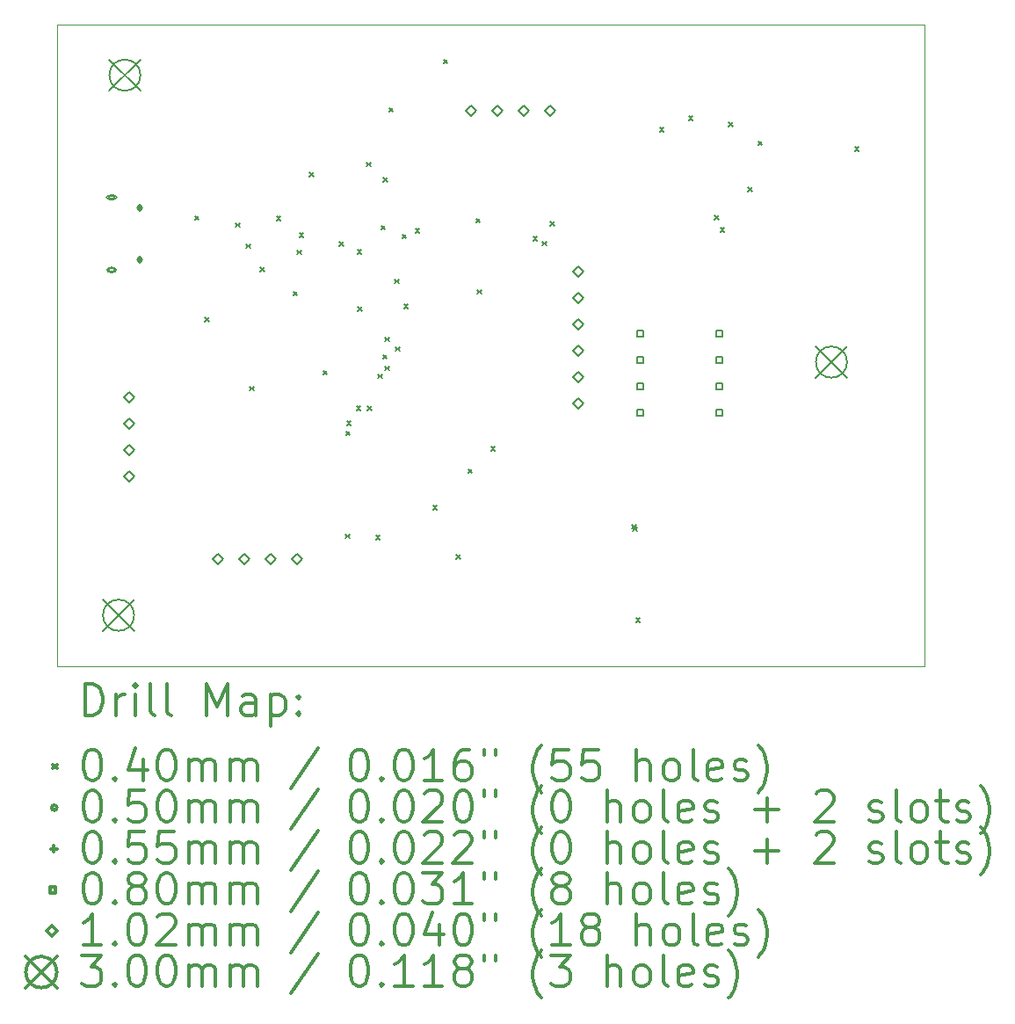
<source format=gbr>
%FSLAX45Y45*%
G04 Gerber Fmt 4.5, Leading zero omitted, Abs format (unit mm)*
G04 Created by KiCad (PCBNEW (2015-07-31 BZR 6030)-product) date Fri Sep 11 12:40:17 2015*
%MOMM*%
G01*
G04 APERTURE LIST*
%ADD10C,0.127000*%
%ADD11C,0.100000*%
%ADD12C,0.200000*%
%ADD13C,0.300000*%
G04 APERTURE END LIST*
D10*
D11*
X17261840Y-11226800D02*
X17266920Y-11231880D01*
X17297400Y-11226800D02*
X17261840Y-11226800D01*
X17348200Y-11226800D02*
X17297400Y-11226800D01*
X17348200Y-5049520D02*
X17348200Y-11226800D01*
X8996680Y-5049520D02*
X17348200Y-5049520D01*
X8996680Y-11226800D02*
X8996680Y-5049520D01*
X17266920Y-11226800D02*
X8996680Y-11226800D01*
D12*
X10319560Y-6893880D02*
X10359560Y-6933880D01*
X10359560Y-6893880D02*
X10319560Y-6933880D01*
X10419400Y-7869240D02*
X10459400Y-7909240D01*
X10459400Y-7869240D02*
X10419400Y-7909240D01*
X10715640Y-6959920D02*
X10755640Y-6999920D01*
X10755640Y-6959920D02*
X10715640Y-6999920D01*
X10815640Y-7163120D02*
X10855640Y-7203120D01*
X10855640Y-7163120D02*
X10815640Y-7203120D01*
X10851200Y-8534720D02*
X10891200Y-8574720D01*
X10891200Y-8534720D02*
X10851200Y-8574720D01*
X10952800Y-7386640D02*
X10992800Y-7426640D01*
X10992800Y-7386640D02*
X10952800Y-7426640D01*
X11106960Y-6895160D02*
X11146960Y-6935160D01*
X11146960Y-6895160D02*
X11106960Y-6935160D01*
X11267760Y-7620320D02*
X11307760Y-7660320D01*
X11307760Y-7620320D02*
X11267760Y-7660320D01*
X11307200Y-7224080D02*
X11347200Y-7264080D01*
X11347200Y-7224080D02*
X11307200Y-7264080D01*
X11326960Y-7055160D02*
X11366960Y-7095160D01*
X11366960Y-7055160D02*
X11326960Y-7095160D01*
X11426840Y-6472240D02*
X11466840Y-6512240D01*
X11466840Y-6472240D02*
X11426840Y-6512240D01*
X11557320Y-8382320D02*
X11597320Y-8422320D01*
X11597320Y-8382320D02*
X11557320Y-8422320D01*
X11714800Y-7142800D02*
X11754800Y-7182800D01*
X11754800Y-7142800D02*
X11714800Y-7182800D01*
X11770680Y-9957120D02*
X11810680Y-9997120D01*
X11810680Y-9957120D02*
X11770680Y-9997120D01*
X11775760Y-8966520D02*
X11815760Y-9006520D01*
X11815760Y-8966520D02*
X11775760Y-9006520D01*
X11785920Y-8870000D02*
X11825920Y-8910000D01*
X11825920Y-8870000D02*
X11785920Y-8910000D01*
X11877360Y-8727760D02*
X11917360Y-8767760D01*
X11917360Y-8727760D02*
X11877360Y-8767760D01*
X11887520Y-7219000D02*
X11927520Y-7259000D01*
X11927520Y-7219000D02*
X11887520Y-7259000D01*
X11892600Y-7767640D02*
X11932600Y-7807640D01*
X11932600Y-7767640D02*
X11892600Y-7807640D01*
X11973880Y-6375720D02*
X12013880Y-6415720D01*
X12013880Y-6375720D02*
X11973880Y-6415720D01*
X11984040Y-8727760D02*
X12024040Y-8767760D01*
X12024040Y-8727760D02*
X11984040Y-8767760D01*
X12065320Y-9972360D02*
X12105320Y-10012360D01*
X12105320Y-9972360D02*
X12065320Y-10012360D01*
X12085640Y-8417880D02*
X12125640Y-8457880D01*
X12125640Y-8417880D02*
X12085640Y-8457880D01*
X12116120Y-6985320D02*
X12156120Y-7025320D01*
X12156120Y-6985320D02*
X12116120Y-7025320D01*
X12131360Y-8229920D02*
X12171360Y-8269920D01*
X12171360Y-8229920D02*
X12131360Y-8269920D01*
X12136440Y-6523040D02*
X12176440Y-6563040D01*
X12176440Y-6523040D02*
X12136440Y-6563040D01*
X12151680Y-8062280D02*
X12191680Y-8102280D01*
X12191680Y-8062280D02*
X12151680Y-8102280D01*
X12151680Y-8341680D02*
X12191680Y-8381680D01*
X12191680Y-8341680D02*
X12151680Y-8381680D01*
X12192320Y-5852480D02*
X12232320Y-5892480D01*
X12232320Y-5852480D02*
X12192320Y-5892480D01*
X12248200Y-7503480D02*
X12288200Y-7543480D01*
X12288200Y-7503480D02*
X12248200Y-7543480D01*
X12253280Y-8153720D02*
X12293280Y-8193720D01*
X12293280Y-8153720D02*
X12253280Y-8193720D01*
X12319320Y-7071680D02*
X12359320Y-7111680D01*
X12359320Y-7071680D02*
X12319320Y-7111680D01*
X12334560Y-7742240D02*
X12374560Y-7782240D01*
X12374560Y-7742240D02*
X12334560Y-7782240D01*
X12446320Y-7015800D02*
X12486320Y-7055800D01*
X12486320Y-7015800D02*
X12446320Y-7055800D01*
X12613960Y-9682800D02*
X12653960Y-9722800D01*
X12653960Y-9682800D02*
X12613960Y-9722800D01*
X12715560Y-5385120D02*
X12755560Y-5425120D01*
X12755560Y-5385120D02*
X12715560Y-5425120D01*
X12837480Y-10155240D02*
X12877480Y-10195240D01*
X12877480Y-10155240D02*
X12837480Y-10195240D01*
X12954320Y-9332280D02*
X12994320Y-9372280D01*
X12994320Y-9332280D02*
X12954320Y-9372280D01*
X13030520Y-6919280D02*
X13070520Y-6959280D01*
X13070520Y-6919280D02*
X13030520Y-6959280D01*
X13040680Y-7605080D02*
X13080680Y-7645080D01*
X13080680Y-7605080D02*
X13040680Y-7645080D01*
X13172760Y-9113840D02*
X13212760Y-9153840D01*
X13212760Y-9113840D02*
X13172760Y-9153840D01*
X13579160Y-7092000D02*
X13619160Y-7132000D01*
X13619160Y-7092000D02*
X13579160Y-7132000D01*
X13670600Y-7137720D02*
X13710600Y-7177720D01*
X13710600Y-7137720D02*
X13670600Y-7177720D01*
X13746800Y-6949760D02*
X13786800Y-6989760D01*
X13786800Y-6949760D02*
X13746800Y-6989760D01*
X14534200Y-9865680D02*
X14574200Y-9905680D01*
X14574200Y-9865680D02*
X14534200Y-9905680D01*
X14542360Y-9891080D02*
X14582360Y-9931080D01*
X14582360Y-9891080D02*
X14542360Y-9931080D01*
X14569760Y-10764840D02*
X14609760Y-10804840D01*
X14609760Y-10764840D02*
X14569760Y-10804840D01*
X14798360Y-6040440D02*
X14838360Y-6080440D01*
X14838360Y-6040440D02*
X14798360Y-6080440D01*
X15077760Y-5933760D02*
X15117760Y-5973760D01*
X15117760Y-5933760D02*
X15077760Y-5973760D01*
X15326680Y-6888800D02*
X15366680Y-6928800D01*
X15366680Y-6888800D02*
X15326680Y-6928800D01*
X15382560Y-7005640D02*
X15422560Y-7045640D01*
X15422560Y-7005640D02*
X15382560Y-7045640D01*
X15463840Y-5989640D02*
X15503840Y-6029640D01*
X15503840Y-5989640D02*
X15463840Y-6029640D01*
X15651800Y-6619560D02*
X15691800Y-6659560D01*
X15691800Y-6619560D02*
X15651800Y-6659560D01*
X15748320Y-6172520D02*
X15788320Y-6212520D01*
X15788320Y-6172520D02*
X15748320Y-6212520D01*
X16677960Y-6228400D02*
X16717960Y-6268400D01*
X16717960Y-6228400D02*
X16677960Y-6268400D01*
X9544160Y-6714200D02*
G75*
G03X9544160Y-6714200I-25000J0D01*
G01*
X9486660Y-6729200D02*
X9551660Y-6729200D01*
X9486660Y-6699200D02*
X9551660Y-6699200D01*
X9551660Y-6729200D02*
G75*
G03X9551660Y-6699200I0J15000D01*
G01*
X9486660Y-6699200D02*
G75*
G03X9486660Y-6729200I0J-15000D01*
G01*
X9544160Y-7414200D02*
G75*
G03X9544160Y-7414200I-25000J0D01*
G01*
X9486660Y-7429200D02*
X9551660Y-7429200D01*
X9486660Y-7399200D02*
X9551660Y-7399200D01*
X9551660Y-7429200D02*
G75*
G03X9551660Y-7399200I0J15000D01*
G01*
X9486660Y-7399200D02*
G75*
G03X9486660Y-7429200I0J-15000D01*
G01*
X9789160Y-6786700D02*
X9789160Y-6841700D01*
X9761660Y-6814200D02*
X9816660Y-6814200D01*
X9771660Y-6799200D02*
X9771660Y-6829200D01*
X9806660Y-6799200D02*
X9806660Y-6829200D01*
X9771660Y-6829200D02*
G75*
G03X9806660Y-6829200I17500J0D01*
G01*
X9806660Y-6799200D02*
G75*
G03X9771660Y-6799200I-17500J0D01*
G01*
X9789160Y-7286700D02*
X9789160Y-7341700D01*
X9761660Y-7314200D02*
X9816660Y-7314200D01*
X9771660Y-7299200D02*
X9771660Y-7329200D01*
X9806660Y-7299200D02*
X9806660Y-7329200D01*
X9771660Y-7329200D02*
G75*
G03X9806660Y-7329200I17500J0D01*
G01*
X9806660Y-7299200D02*
G75*
G03X9771660Y-7299200I-17500J0D01*
G01*
X14639364Y-8054684D02*
X14639364Y-7998115D01*
X14582795Y-7998115D01*
X14582795Y-8054684D01*
X14639364Y-8054684D01*
X14639364Y-8308684D02*
X14639364Y-8252115D01*
X14582795Y-8252115D01*
X14582795Y-8308684D01*
X14639364Y-8308684D01*
X14639364Y-8562685D02*
X14639364Y-8506116D01*
X14582795Y-8506116D01*
X14582795Y-8562685D01*
X14639364Y-8562685D01*
X14639364Y-8816685D02*
X14639364Y-8760116D01*
X14582795Y-8760116D01*
X14582795Y-8816685D01*
X14639364Y-8816685D01*
X15399364Y-8054684D02*
X15399364Y-7998115D01*
X15342795Y-7998115D01*
X15342795Y-8054684D01*
X15399364Y-8054684D01*
X15399364Y-8308684D02*
X15399364Y-8252115D01*
X15342795Y-8252115D01*
X15342795Y-8308684D01*
X15399364Y-8308684D01*
X15399364Y-8562685D02*
X15399364Y-8506116D01*
X15342795Y-8506116D01*
X15342795Y-8562685D01*
X15399364Y-8562685D01*
X15399364Y-8816685D02*
X15399364Y-8760116D01*
X15342795Y-8760116D01*
X15342795Y-8816685D01*
X15399364Y-8816685D01*
X9687560Y-8686800D02*
X9738360Y-8636000D01*
X9687560Y-8585200D01*
X9636760Y-8636000D01*
X9687560Y-8686800D01*
X9687560Y-8940800D02*
X9738360Y-8890000D01*
X9687560Y-8839200D01*
X9636760Y-8890000D01*
X9687560Y-8940800D01*
X9687560Y-9194800D02*
X9738360Y-9144000D01*
X9687560Y-9093200D01*
X9636760Y-9144000D01*
X9687560Y-9194800D01*
X9687560Y-9448800D02*
X9738360Y-9398000D01*
X9687560Y-9347200D01*
X9636760Y-9398000D01*
X9687560Y-9448800D01*
X10546080Y-10251440D02*
X10596880Y-10200640D01*
X10546080Y-10149840D01*
X10495280Y-10200640D01*
X10546080Y-10251440D01*
X10800080Y-10251440D02*
X10850880Y-10200640D01*
X10800080Y-10149840D01*
X10749280Y-10200640D01*
X10800080Y-10251440D01*
X11054080Y-10251440D02*
X11104880Y-10200640D01*
X11054080Y-10149840D01*
X11003280Y-10200640D01*
X11054080Y-10251440D01*
X11308080Y-10251440D02*
X11358880Y-10200640D01*
X11308080Y-10149840D01*
X11257280Y-10200640D01*
X11308080Y-10251440D01*
X12979400Y-5928360D02*
X13030200Y-5877560D01*
X12979400Y-5826760D01*
X12928600Y-5877560D01*
X12979400Y-5928360D01*
X13233400Y-5928360D02*
X13284200Y-5877560D01*
X13233400Y-5826760D01*
X13182600Y-5877560D01*
X13233400Y-5928360D01*
X13487400Y-5928360D02*
X13538200Y-5877560D01*
X13487400Y-5826760D01*
X13436600Y-5877560D01*
X13487400Y-5928360D01*
X13741400Y-5928360D02*
X13792200Y-5877560D01*
X13741400Y-5826760D01*
X13690600Y-5877560D01*
X13741400Y-5928360D01*
X14010640Y-7482840D02*
X14061440Y-7432040D01*
X14010640Y-7381240D01*
X13959840Y-7432040D01*
X14010640Y-7482840D01*
X14010640Y-7736840D02*
X14061440Y-7686040D01*
X14010640Y-7635240D01*
X13959840Y-7686040D01*
X14010640Y-7736840D01*
X14010640Y-7990840D02*
X14061440Y-7940040D01*
X14010640Y-7889240D01*
X13959840Y-7940040D01*
X14010640Y-7990840D01*
X14010640Y-8244840D02*
X14061440Y-8194040D01*
X14010640Y-8143240D01*
X13959840Y-8194040D01*
X14010640Y-8244840D01*
X14010640Y-8498840D02*
X14061440Y-8448040D01*
X14010640Y-8397240D01*
X13959840Y-8448040D01*
X14010640Y-8498840D01*
X14010640Y-8752840D02*
X14061440Y-8702040D01*
X14010640Y-8651240D01*
X13959840Y-8702040D01*
X14010640Y-8752840D01*
X9435960Y-10589120D02*
X9735960Y-10889120D01*
X9735960Y-10589120D02*
X9435960Y-10889120D01*
X9735960Y-10739120D02*
G75*
G03X9735960Y-10739120I-150000J0D01*
G01*
X9496920Y-5387200D02*
X9796920Y-5687200D01*
X9796920Y-5387200D02*
X9496920Y-5687200D01*
X9796920Y-5537200D02*
G75*
G03X9796920Y-5537200I-150000J0D01*
G01*
X16304120Y-8150720D02*
X16604120Y-8450720D01*
X16604120Y-8150720D02*
X16304120Y-8450720D01*
X16604120Y-8300720D02*
G75*
G03X16604120Y-8300720I-150000J0D01*
G01*
D13*
X9263109Y-11702594D02*
X9263109Y-11402594D01*
X9334537Y-11402594D01*
X9377394Y-11416880D01*
X9405966Y-11445451D01*
X9420251Y-11474023D01*
X9434537Y-11531166D01*
X9434537Y-11574023D01*
X9420251Y-11631166D01*
X9405966Y-11659737D01*
X9377394Y-11688309D01*
X9334537Y-11702594D01*
X9263109Y-11702594D01*
X9563109Y-11702594D02*
X9563109Y-11502594D01*
X9563109Y-11559737D02*
X9577394Y-11531166D01*
X9591680Y-11516880D01*
X9620251Y-11502594D01*
X9648823Y-11502594D01*
X9748823Y-11702594D02*
X9748823Y-11502594D01*
X9748823Y-11402594D02*
X9734537Y-11416880D01*
X9748823Y-11431166D01*
X9763109Y-11416880D01*
X9748823Y-11402594D01*
X9748823Y-11431166D01*
X9934537Y-11702594D02*
X9905966Y-11688309D01*
X9891680Y-11659737D01*
X9891680Y-11402594D01*
X10091680Y-11702594D02*
X10063109Y-11688309D01*
X10048823Y-11659737D01*
X10048823Y-11402594D01*
X10434537Y-11702594D02*
X10434537Y-11402594D01*
X10534537Y-11616880D01*
X10634537Y-11402594D01*
X10634537Y-11702594D01*
X10905966Y-11702594D02*
X10905966Y-11545451D01*
X10891680Y-11516880D01*
X10863109Y-11502594D01*
X10805966Y-11502594D01*
X10777394Y-11516880D01*
X10905966Y-11688309D02*
X10877394Y-11702594D01*
X10805966Y-11702594D01*
X10777394Y-11688309D01*
X10763109Y-11659737D01*
X10763109Y-11631166D01*
X10777394Y-11602594D01*
X10805966Y-11588309D01*
X10877394Y-11588309D01*
X10905966Y-11574023D01*
X11048823Y-11502594D02*
X11048823Y-11802594D01*
X11048823Y-11516880D02*
X11077394Y-11502594D01*
X11134537Y-11502594D01*
X11163109Y-11516880D01*
X11177394Y-11531166D01*
X11191680Y-11559737D01*
X11191680Y-11645451D01*
X11177394Y-11674023D01*
X11163109Y-11688309D01*
X11134537Y-11702594D01*
X11077394Y-11702594D01*
X11048823Y-11688309D01*
X11320251Y-11674023D02*
X11334537Y-11688309D01*
X11320251Y-11702594D01*
X11305966Y-11688309D01*
X11320251Y-11674023D01*
X11320251Y-11702594D01*
X11320251Y-11516880D02*
X11334537Y-11531166D01*
X11320251Y-11545451D01*
X11305966Y-11531166D01*
X11320251Y-11516880D01*
X11320251Y-11545451D01*
X8951680Y-12176880D02*
X8991680Y-12216880D01*
X8991680Y-12176880D02*
X8951680Y-12216880D01*
X9320251Y-12032594D02*
X9348823Y-12032594D01*
X9377394Y-12046880D01*
X9391680Y-12061166D01*
X9405966Y-12089737D01*
X9420251Y-12146880D01*
X9420251Y-12218309D01*
X9405966Y-12275451D01*
X9391680Y-12304023D01*
X9377394Y-12318309D01*
X9348823Y-12332594D01*
X9320251Y-12332594D01*
X9291680Y-12318309D01*
X9277394Y-12304023D01*
X9263109Y-12275451D01*
X9248823Y-12218309D01*
X9248823Y-12146880D01*
X9263109Y-12089737D01*
X9277394Y-12061166D01*
X9291680Y-12046880D01*
X9320251Y-12032594D01*
X9548823Y-12304023D02*
X9563109Y-12318309D01*
X9548823Y-12332594D01*
X9534537Y-12318309D01*
X9548823Y-12304023D01*
X9548823Y-12332594D01*
X9820251Y-12132594D02*
X9820251Y-12332594D01*
X9748823Y-12018309D02*
X9677394Y-12232594D01*
X9863108Y-12232594D01*
X10034537Y-12032594D02*
X10063109Y-12032594D01*
X10091680Y-12046880D01*
X10105966Y-12061166D01*
X10120251Y-12089737D01*
X10134537Y-12146880D01*
X10134537Y-12218309D01*
X10120251Y-12275451D01*
X10105966Y-12304023D01*
X10091680Y-12318309D01*
X10063109Y-12332594D01*
X10034537Y-12332594D01*
X10005966Y-12318309D01*
X9991680Y-12304023D01*
X9977394Y-12275451D01*
X9963109Y-12218309D01*
X9963109Y-12146880D01*
X9977394Y-12089737D01*
X9991680Y-12061166D01*
X10005966Y-12046880D01*
X10034537Y-12032594D01*
X10263109Y-12332594D02*
X10263109Y-12132594D01*
X10263109Y-12161166D02*
X10277394Y-12146880D01*
X10305966Y-12132594D01*
X10348823Y-12132594D01*
X10377394Y-12146880D01*
X10391680Y-12175451D01*
X10391680Y-12332594D01*
X10391680Y-12175451D02*
X10405966Y-12146880D01*
X10434537Y-12132594D01*
X10477394Y-12132594D01*
X10505966Y-12146880D01*
X10520251Y-12175451D01*
X10520251Y-12332594D01*
X10663109Y-12332594D02*
X10663109Y-12132594D01*
X10663109Y-12161166D02*
X10677394Y-12146880D01*
X10705966Y-12132594D01*
X10748823Y-12132594D01*
X10777394Y-12146880D01*
X10791680Y-12175451D01*
X10791680Y-12332594D01*
X10791680Y-12175451D02*
X10805966Y-12146880D01*
X10834537Y-12132594D01*
X10877394Y-12132594D01*
X10905966Y-12146880D01*
X10920251Y-12175451D01*
X10920251Y-12332594D01*
X11505966Y-12018309D02*
X11248823Y-12404023D01*
X11891680Y-12032594D02*
X11920251Y-12032594D01*
X11948823Y-12046880D01*
X11963108Y-12061166D01*
X11977394Y-12089737D01*
X11991680Y-12146880D01*
X11991680Y-12218309D01*
X11977394Y-12275451D01*
X11963108Y-12304023D01*
X11948823Y-12318309D01*
X11920251Y-12332594D01*
X11891680Y-12332594D01*
X11863108Y-12318309D01*
X11848823Y-12304023D01*
X11834537Y-12275451D01*
X11820251Y-12218309D01*
X11820251Y-12146880D01*
X11834537Y-12089737D01*
X11848823Y-12061166D01*
X11863108Y-12046880D01*
X11891680Y-12032594D01*
X12120251Y-12304023D02*
X12134537Y-12318309D01*
X12120251Y-12332594D01*
X12105966Y-12318309D01*
X12120251Y-12304023D01*
X12120251Y-12332594D01*
X12320251Y-12032594D02*
X12348823Y-12032594D01*
X12377394Y-12046880D01*
X12391680Y-12061166D01*
X12405965Y-12089737D01*
X12420251Y-12146880D01*
X12420251Y-12218309D01*
X12405965Y-12275451D01*
X12391680Y-12304023D01*
X12377394Y-12318309D01*
X12348823Y-12332594D01*
X12320251Y-12332594D01*
X12291680Y-12318309D01*
X12277394Y-12304023D01*
X12263108Y-12275451D01*
X12248823Y-12218309D01*
X12248823Y-12146880D01*
X12263108Y-12089737D01*
X12277394Y-12061166D01*
X12291680Y-12046880D01*
X12320251Y-12032594D01*
X12705965Y-12332594D02*
X12534537Y-12332594D01*
X12620251Y-12332594D02*
X12620251Y-12032594D01*
X12591680Y-12075451D01*
X12563108Y-12104023D01*
X12534537Y-12118309D01*
X12963108Y-12032594D02*
X12905965Y-12032594D01*
X12877394Y-12046880D01*
X12863108Y-12061166D01*
X12834537Y-12104023D01*
X12820251Y-12161166D01*
X12820251Y-12275451D01*
X12834537Y-12304023D01*
X12848823Y-12318309D01*
X12877394Y-12332594D01*
X12934537Y-12332594D01*
X12963108Y-12318309D01*
X12977394Y-12304023D01*
X12991680Y-12275451D01*
X12991680Y-12204023D01*
X12977394Y-12175451D01*
X12963108Y-12161166D01*
X12934537Y-12146880D01*
X12877394Y-12146880D01*
X12848823Y-12161166D01*
X12834537Y-12175451D01*
X12820251Y-12204023D01*
X13105966Y-12032594D02*
X13105966Y-12089737D01*
X13220251Y-12032594D02*
X13220251Y-12089737D01*
X13663108Y-12446880D02*
X13648823Y-12432594D01*
X13620251Y-12389737D01*
X13605965Y-12361166D01*
X13591680Y-12318309D01*
X13577394Y-12246880D01*
X13577394Y-12189737D01*
X13591680Y-12118309D01*
X13605965Y-12075451D01*
X13620251Y-12046880D01*
X13648823Y-12004023D01*
X13663108Y-11989737D01*
X13920251Y-12032594D02*
X13777394Y-12032594D01*
X13763108Y-12175451D01*
X13777394Y-12161166D01*
X13805965Y-12146880D01*
X13877394Y-12146880D01*
X13905965Y-12161166D01*
X13920251Y-12175451D01*
X13934537Y-12204023D01*
X13934537Y-12275451D01*
X13920251Y-12304023D01*
X13905965Y-12318309D01*
X13877394Y-12332594D01*
X13805965Y-12332594D01*
X13777394Y-12318309D01*
X13763108Y-12304023D01*
X14205965Y-12032594D02*
X14063108Y-12032594D01*
X14048823Y-12175451D01*
X14063108Y-12161166D01*
X14091680Y-12146880D01*
X14163108Y-12146880D01*
X14191680Y-12161166D01*
X14205965Y-12175451D01*
X14220251Y-12204023D01*
X14220251Y-12275451D01*
X14205965Y-12304023D01*
X14191680Y-12318309D01*
X14163108Y-12332594D01*
X14091680Y-12332594D01*
X14063108Y-12318309D01*
X14048823Y-12304023D01*
X14577394Y-12332594D02*
X14577394Y-12032594D01*
X14705965Y-12332594D02*
X14705965Y-12175451D01*
X14691680Y-12146880D01*
X14663108Y-12132594D01*
X14620251Y-12132594D01*
X14591680Y-12146880D01*
X14577394Y-12161166D01*
X14891680Y-12332594D02*
X14863108Y-12318309D01*
X14848823Y-12304023D01*
X14834537Y-12275451D01*
X14834537Y-12189737D01*
X14848823Y-12161166D01*
X14863108Y-12146880D01*
X14891680Y-12132594D01*
X14934537Y-12132594D01*
X14963108Y-12146880D01*
X14977394Y-12161166D01*
X14991680Y-12189737D01*
X14991680Y-12275451D01*
X14977394Y-12304023D01*
X14963108Y-12318309D01*
X14934537Y-12332594D01*
X14891680Y-12332594D01*
X15163108Y-12332594D02*
X15134537Y-12318309D01*
X15120251Y-12289737D01*
X15120251Y-12032594D01*
X15391680Y-12318309D02*
X15363108Y-12332594D01*
X15305966Y-12332594D01*
X15277394Y-12318309D01*
X15263108Y-12289737D01*
X15263108Y-12175451D01*
X15277394Y-12146880D01*
X15305966Y-12132594D01*
X15363108Y-12132594D01*
X15391680Y-12146880D01*
X15405966Y-12175451D01*
X15405966Y-12204023D01*
X15263108Y-12232594D01*
X15520251Y-12318309D02*
X15548823Y-12332594D01*
X15605966Y-12332594D01*
X15634537Y-12318309D01*
X15648823Y-12289737D01*
X15648823Y-12275451D01*
X15634537Y-12246880D01*
X15605966Y-12232594D01*
X15563108Y-12232594D01*
X15534537Y-12218309D01*
X15520251Y-12189737D01*
X15520251Y-12175451D01*
X15534537Y-12146880D01*
X15563108Y-12132594D01*
X15605966Y-12132594D01*
X15634537Y-12146880D01*
X15748823Y-12446880D02*
X15763108Y-12432594D01*
X15791680Y-12389737D01*
X15805966Y-12361166D01*
X15820251Y-12318309D01*
X15834537Y-12246880D01*
X15834537Y-12189737D01*
X15820251Y-12118309D01*
X15805966Y-12075451D01*
X15791680Y-12046880D01*
X15763108Y-12004023D01*
X15748823Y-11989737D01*
X8991680Y-12592880D02*
G75*
G03X8991680Y-12592880I-25000J0D01*
G01*
X9320251Y-12428594D02*
X9348823Y-12428594D01*
X9377394Y-12442880D01*
X9391680Y-12457166D01*
X9405966Y-12485737D01*
X9420251Y-12542880D01*
X9420251Y-12614309D01*
X9405966Y-12671451D01*
X9391680Y-12700023D01*
X9377394Y-12714309D01*
X9348823Y-12728594D01*
X9320251Y-12728594D01*
X9291680Y-12714309D01*
X9277394Y-12700023D01*
X9263109Y-12671451D01*
X9248823Y-12614309D01*
X9248823Y-12542880D01*
X9263109Y-12485737D01*
X9277394Y-12457166D01*
X9291680Y-12442880D01*
X9320251Y-12428594D01*
X9548823Y-12700023D02*
X9563109Y-12714309D01*
X9548823Y-12728594D01*
X9534537Y-12714309D01*
X9548823Y-12700023D01*
X9548823Y-12728594D01*
X9834537Y-12428594D02*
X9691680Y-12428594D01*
X9677394Y-12571451D01*
X9691680Y-12557166D01*
X9720251Y-12542880D01*
X9791680Y-12542880D01*
X9820251Y-12557166D01*
X9834537Y-12571451D01*
X9848823Y-12600023D01*
X9848823Y-12671451D01*
X9834537Y-12700023D01*
X9820251Y-12714309D01*
X9791680Y-12728594D01*
X9720251Y-12728594D01*
X9691680Y-12714309D01*
X9677394Y-12700023D01*
X10034537Y-12428594D02*
X10063109Y-12428594D01*
X10091680Y-12442880D01*
X10105966Y-12457166D01*
X10120251Y-12485737D01*
X10134537Y-12542880D01*
X10134537Y-12614309D01*
X10120251Y-12671451D01*
X10105966Y-12700023D01*
X10091680Y-12714309D01*
X10063109Y-12728594D01*
X10034537Y-12728594D01*
X10005966Y-12714309D01*
X9991680Y-12700023D01*
X9977394Y-12671451D01*
X9963109Y-12614309D01*
X9963109Y-12542880D01*
X9977394Y-12485737D01*
X9991680Y-12457166D01*
X10005966Y-12442880D01*
X10034537Y-12428594D01*
X10263109Y-12728594D02*
X10263109Y-12528594D01*
X10263109Y-12557166D02*
X10277394Y-12542880D01*
X10305966Y-12528594D01*
X10348823Y-12528594D01*
X10377394Y-12542880D01*
X10391680Y-12571451D01*
X10391680Y-12728594D01*
X10391680Y-12571451D02*
X10405966Y-12542880D01*
X10434537Y-12528594D01*
X10477394Y-12528594D01*
X10505966Y-12542880D01*
X10520251Y-12571451D01*
X10520251Y-12728594D01*
X10663109Y-12728594D02*
X10663109Y-12528594D01*
X10663109Y-12557166D02*
X10677394Y-12542880D01*
X10705966Y-12528594D01*
X10748823Y-12528594D01*
X10777394Y-12542880D01*
X10791680Y-12571451D01*
X10791680Y-12728594D01*
X10791680Y-12571451D02*
X10805966Y-12542880D01*
X10834537Y-12528594D01*
X10877394Y-12528594D01*
X10905966Y-12542880D01*
X10920251Y-12571451D01*
X10920251Y-12728594D01*
X11505966Y-12414309D02*
X11248823Y-12800023D01*
X11891680Y-12428594D02*
X11920251Y-12428594D01*
X11948823Y-12442880D01*
X11963108Y-12457166D01*
X11977394Y-12485737D01*
X11991680Y-12542880D01*
X11991680Y-12614309D01*
X11977394Y-12671451D01*
X11963108Y-12700023D01*
X11948823Y-12714309D01*
X11920251Y-12728594D01*
X11891680Y-12728594D01*
X11863108Y-12714309D01*
X11848823Y-12700023D01*
X11834537Y-12671451D01*
X11820251Y-12614309D01*
X11820251Y-12542880D01*
X11834537Y-12485737D01*
X11848823Y-12457166D01*
X11863108Y-12442880D01*
X11891680Y-12428594D01*
X12120251Y-12700023D02*
X12134537Y-12714309D01*
X12120251Y-12728594D01*
X12105966Y-12714309D01*
X12120251Y-12700023D01*
X12120251Y-12728594D01*
X12320251Y-12428594D02*
X12348823Y-12428594D01*
X12377394Y-12442880D01*
X12391680Y-12457166D01*
X12405965Y-12485737D01*
X12420251Y-12542880D01*
X12420251Y-12614309D01*
X12405965Y-12671451D01*
X12391680Y-12700023D01*
X12377394Y-12714309D01*
X12348823Y-12728594D01*
X12320251Y-12728594D01*
X12291680Y-12714309D01*
X12277394Y-12700023D01*
X12263108Y-12671451D01*
X12248823Y-12614309D01*
X12248823Y-12542880D01*
X12263108Y-12485737D01*
X12277394Y-12457166D01*
X12291680Y-12442880D01*
X12320251Y-12428594D01*
X12534537Y-12457166D02*
X12548823Y-12442880D01*
X12577394Y-12428594D01*
X12648823Y-12428594D01*
X12677394Y-12442880D01*
X12691680Y-12457166D01*
X12705965Y-12485737D01*
X12705965Y-12514309D01*
X12691680Y-12557166D01*
X12520251Y-12728594D01*
X12705965Y-12728594D01*
X12891680Y-12428594D02*
X12920251Y-12428594D01*
X12948823Y-12442880D01*
X12963108Y-12457166D01*
X12977394Y-12485737D01*
X12991680Y-12542880D01*
X12991680Y-12614309D01*
X12977394Y-12671451D01*
X12963108Y-12700023D01*
X12948823Y-12714309D01*
X12920251Y-12728594D01*
X12891680Y-12728594D01*
X12863108Y-12714309D01*
X12848823Y-12700023D01*
X12834537Y-12671451D01*
X12820251Y-12614309D01*
X12820251Y-12542880D01*
X12834537Y-12485737D01*
X12848823Y-12457166D01*
X12863108Y-12442880D01*
X12891680Y-12428594D01*
X13105966Y-12428594D02*
X13105966Y-12485737D01*
X13220251Y-12428594D02*
X13220251Y-12485737D01*
X13663108Y-12842880D02*
X13648823Y-12828594D01*
X13620251Y-12785737D01*
X13605965Y-12757166D01*
X13591680Y-12714309D01*
X13577394Y-12642880D01*
X13577394Y-12585737D01*
X13591680Y-12514309D01*
X13605965Y-12471451D01*
X13620251Y-12442880D01*
X13648823Y-12400023D01*
X13663108Y-12385737D01*
X13834537Y-12428594D02*
X13863108Y-12428594D01*
X13891680Y-12442880D01*
X13905965Y-12457166D01*
X13920251Y-12485737D01*
X13934537Y-12542880D01*
X13934537Y-12614309D01*
X13920251Y-12671451D01*
X13905965Y-12700023D01*
X13891680Y-12714309D01*
X13863108Y-12728594D01*
X13834537Y-12728594D01*
X13805965Y-12714309D01*
X13791680Y-12700023D01*
X13777394Y-12671451D01*
X13763108Y-12614309D01*
X13763108Y-12542880D01*
X13777394Y-12485737D01*
X13791680Y-12457166D01*
X13805965Y-12442880D01*
X13834537Y-12428594D01*
X14291680Y-12728594D02*
X14291680Y-12428594D01*
X14420251Y-12728594D02*
X14420251Y-12571451D01*
X14405965Y-12542880D01*
X14377394Y-12528594D01*
X14334537Y-12528594D01*
X14305965Y-12542880D01*
X14291680Y-12557166D01*
X14605965Y-12728594D02*
X14577394Y-12714309D01*
X14563108Y-12700023D01*
X14548823Y-12671451D01*
X14548823Y-12585737D01*
X14563108Y-12557166D01*
X14577394Y-12542880D01*
X14605965Y-12528594D01*
X14648823Y-12528594D01*
X14677394Y-12542880D01*
X14691680Y-12557166D01*
X14705965Y-12585737D01*
X14705965Y-12671451D01*
X14691680Y-12700023D01*
X14677394Y-12714309D01*
X14648823Y-12728594D01*
X14605965Y-12728594D01*
X14877394Y-12728594D02*
X14848823Y-12714309D01*
X14834537Y-12685737D01*
X14834537Y-12428594D01*
X15105966Y-12714309D02*
X15077394Y-12728594D01*
X15020251Y-12728594D01*
X14991680Y-12714309D01*
X14977394Y-12685737D01*
X14977394Y-12571451D01*
X14991680Y-12542880D01*
X15020251Y-12528594D01*
X15077394Y-12528594D01*
X15105966Y-12542880D01*
X15120251Y-12571451D01*
X15120251Y-12600023D01*
X14977394Y-12628594D01*
X15234537Y-12714309D02*
X15263108Y-12728594D01*
X15320251Y-12728594D01*
X15348823Y-12714309D01*
X15363108Y-12685737D01*
X15363108Y-12671451D01*
X15348823Y-12642880D01*
X15320251Y-12628594D01*
X15277394Y-12628594D01*
X15248823Y-12614309D01*
X15234537Y-12585737D01*
X15234537Y-12571451D01*
X15248823Y-12542880D01*
X15277394Y-12528594D01*
X15320251Y-12528594D01*
X15348823Y-12542880D01*
X15720251Y-12614309D02*
X15948823Y-12614309D01*
X15834537Y-12728594D02*
X15834537Y-12500023D01*
X16305966Y-12457166D02*
X16320251Y-12442880D01*
X16348823Y-12428594D01*
X16420251Y-12428594D01*
X16448823Y-12442880D01*
X16463108Y-12457166D01*
X16477394Y-12485737D01*
X16477394Y-12514309D01*
X16463108Y-12557166D01*
X16291680Y-12728594D01*
X16477394Y-12728594D01*
X16820251Y-12714309D02*
X16848823Y-12728594D01*
X16905966Y-12728594D01*
X16934537Y-12714309D01*
X16948823Y-12685737D01*
X16948823Y-12671451D01*
X16934537Y-12642880D01*
X16905966Y-12628594D01*
X16863108Y-12628594D01*
X16834537Y-12614309D01*
X16820251Y-12585737D01*
X16820251Y-12571451D01*
X16834537Y-12542880D01*
X16863108Y-12528594D01*
X16905966Y-12528594D01*
X16934537Y-12542880D01*
X17120251Y-12728594D02*
X17091680Y-12714309D01*
X17077394Y-12685737D01*
X17077394Y-12428594D01*
X17277394Y-12728594D02*
X17248823Y-12714309D01*
X17234537Y-12700023D01*
X17220251Y-12671451D01*
X17220251Y-12585737D01*
X17234537Y-12557166D01*
X17248823Y-12542880D01*
X17277394Y-12528594D01*
X17320251Y-12528594D01*
X17348823Y-12542880D01*
X17363108Y-12557166D01*
X17377394Y-12585737D01*
X17377394Y-12671451D01*
X17363108Y-12700023D01*
X17348823Y-12714309D01*
X17320251Y-12728594D01*
X17277394Y-12728594D01*
X17463108Y-12528594D02*
X17577394Y-12528594D01*
X17505966Y-12428594D02*
X17505966Y-12685737D01*
X17520251Y-12714309D01*
X17548823Y-12728594D01*
X17577394Y-12728594D01*
X17663109Y-12714309D02*
X17691680Y-12728594D01*
X17748823Y-12728594D01*
X17777394Y-12714309D01*
X17791680Y-12685737D01*
X17791680Y-12671451D01*
X17777394Y-12642880D01*
X17748823Y-12628594D01*
X17705966Y-12628594D01*
X17677394Y-12614309D01*
X17663109Y-12585737D01*
X17663109Y-12571451D01*
X17677394Y-12542880D01*
X17705966Y-12528594D01*
X17748823Y-12528594D01*
X17777394Y-12542880D01*
X17891680Y-12842880D02*
X17905966Y-12828594D01*
X17934537Y-12785737D01*
X17948823Y-12757166D01*
X17963108Y-12714309D01*
X17977394Y-12642880D01*
X17977394Y-12585737D01*
X17963108Y-12514309D01*
X17948823Y-12471451D01*
X17934537Y-12442880D01*
X17905966Y-12400023D01*
X17891680Y-12385737D01*
X8964180Y-12961380D02*
X8964180Y-13016380D01*
X8936680Y-12988880D02*
X8991680Y-12988880D01*
X9320251Y-12824594D02*
X9348823Y-12824594D01*
X9377394Y-12838880D01*
X9391680Y-12853166D01*
X9405966Y-12881737D01*
X9420251Y-12938880D01*
X9420251Y-13010309D01*
X9405966Y-13067451D01*
X9391680Y-13096023D01*
X9377394Y-13110309D01*
X9348823Y-13124594D01*
X9320251Y-13124594D01*
X9291680Y-13110309D01*
X9277394Y-13096023D01*
X9263109Y-13067451D01*
X9248823Y-13010309D01*
X9248823Y-12938880D01*
X9263109Y-12881737D01*
X9277394Y-12853166D01*
X9291680Y-12838880D01*
X9320251Y-12824594D01*
X9548823Y-13096023D02*
X9563109Y-13110309D01*
X9548823Y-13124594D01*
X9534537Y-13110309D01*
X9548823Y-13096023D01*
X9548823Y-13124594D01*
X9834537Y-12824594D02*
X9691680Y-12824594D01*
X9677394Y-12967451D01*
X9691680Y-12953166D01*
X9720251Y-12938880D01*
X9791680Y-12938880D01*
X9820251Y-12953166D01*
X9834537Y-12967451D01*
X9848823Y-12996023D01*
X9848823Y-13067451D01*
X9834537Y-13096023D01*
X9820251Y-13110309D01*
X9791680Y-13124594D01*
X9720251Y-13124594D01*
X9691680Y-13110309D01*
X9677394Y-13096023D01*
X10120251Y-12824594D02*
X9977394Y-12824594D01*
X9963109Y-12967451D01*
X9977394Y-12953166D01*
X10005966Y-12938880D01*
X10077394Y-12938880D01*
X10105966Y-12953166D01*
X10120251Y-12967451D01*
X10134537Y-12996023D01*
X10134537Y-13067451D01*
X10120251Y-13096023D01*
X10105966Y-13110309D01*
X10077394Y-13124594D01*
X10005966Y-13124594D01*
X9977394Y-13110309D01*
X9963109Y-13096023D01*
X10263109Y-13124594D02*
X10263109Y-12924594D01*
X10263109Y-12953166D02*
X10277394Y-12938880D01*
X10305966Y-12924594D01*
X10348823Y-12924594D01*
X10377394Y-12938880D01*
X10391680Y-12967451D01*
X10391680Y-13124594D01*
X10391680Y-12967451D02*
X10405966Y-12938880D01*
X10434537Y-12924594D01*
X10477394Y-12924594D01*
X10505966Y-12938880D01*
X10520251Y-12967451D01*
X10520251Y-13124594D01*
X10663109Y-13124594D02*
X10663109Y-12924594D01*
X10663109Y-12953166D02*
X10677394Y-12938880D01*
X10705966Y-12924594D01*
X10748823Y-12924594D01*
X10777394Y-12938880D01*
X10791680Y-12967451D01*
X10791680Y-13124594D01*
X10791680Y-12967451D02*
X10805966Y-12938880D01*
X10834537Y-12924594D01*
X10877394Y-12924594D01*
X10905966Y-12938880D01*
X10920251Y-12967451D01*
X10920251Y-13124594D01*
X11505966Y-12810309D02*
X11248823Y-13196023D01*
X11891680Y-12824594D02*
X11920251Y-12824594D01*
X11948823Y-12838880D01*
X11963108Y-12853166D01*
X11977394Y-12881737D01*
X11991680Y-12938880D01*
X11991680Y-13010309D01*
X11977394Y-13067451D01*
X11963108Y-13096023D01*
X11948823Y-13110309D01*
X11920251Y-13124594D01*
X11891680Y-13124594D01*
X11863108Y-13110309D01*
X11848823Y-13096023D01*
X11834537Y-13067451D01*
X11820251Y-13010309D01*
X11820251Y-12938880D01*
X11834537Y-12881737D01*
X11848823Y-12853166D01*
X11863108Y-12838880D01*
X11891680Y-12824594D01*
X12120251Y-13096023D02*
X12134537Y-13110309D01*
X12120251Y-13124594D01*
X12105966Y-13110309D01*
X12120251Y-13096023D01*
X12120251Y-13124594D01*
X12320251Y-12824594D02*
X12348823Y-12824594D01*
X12377394Y-12838880D01*
X12391680Y-12853166D01*
X12405965Y-12881737D01*
X12420251Y-12938880D01*
X12420251Y-13010309D01*
X12405965Y-13067451D01*
X12391680Y-13096023D01*
X12377394Y-13110309D01*
X12348823Y-13124594D01*
X12320251Y-13124594D01*
X12291680Y-13110309D01*
X12277394Y-13096023D01*
X12263108Y-13067451D01*
X12248823Y-13010309D01*
X12248823Y-12938880D01*
X12263108Y-12881737D01*
X12277394Y-12853166D01*
X12291680Y-12838880D01*
X12320251Y-12824594D01*
X12534537Y-12853166D02*
X12548823Y-12838880D01*
X12577394Y-12824594D01*
X12648823Y-12824594D01*
X12677394Y-12838880D01*
X12691680Y-12853166D01*
X12705965Y-12881737D01*
X12705965Y-12910309D01*
X12691680Y-12953166D01*
X12520251Y-13124594D01*
X12705965Y-13124594D01*
X12820251Y-12853166D02*
X12834537Y-12838880D01*
X12863108Y-12824594D01*
X12934537Y-12824594D01*
X12963108Y-12838880D01*
X12977394Y-12853166D01*
X12991680Y-12881737D01*
X12991680Y-12910309D01*
X12977394Y-12953166D01*
X12805965Y-13124594D01*
X12991680Y-13124594D01*
X13105966Y-12824594D02*
X13105966Y-12881737D01*
X13220251Y-12824594D02*
X13220251Y-12881737D01*
X13663108Y-13238880D02*
X13648823Y-13224594D01*
X13620251Y-13181737D01*
X13605965Y-13153166D01*
X13591680Y-13110309D01*
X13577394Y-13038880D01*
X13577394Y-12981737D01*
X13591680Y-12910309D01*
X13605965Y-12867451D01*
X13620251Y-12838880D01*
X13648823Y-12796023D01*
X13663108Y-12781737D01*
X13834537Y-12824594D02*
X13863108Y-12824594D01*
X13891680Y-12838880D01*
X13905965Y-12853166D01*
X13920251Y-12881737D01*
X13934537Y-12938880D01*
X13934537Y-13010309D01*
X13920251Y-13067451D01*
X13905965Y-13096023D01*
X13891680Y-13110309D01*
X13863108Y-13124594D01*
X13834537Y-13124594D01*
X13805965Y-13110309D01*
X13791680Y-13096023D01*
X13777394Y-13067451D01*
X13763108Y-13010309D01*
X13763108Y-12938880D01*
X13777394Y-12881737D01*
X13791680Y-12853166D01*
X13805965Y-12838880D01*
X13834537Y-12824594D01*
X14291680Y-13124594D02*
X14291680Y-12824594D01*
X14420251Y-13124594D02*
X14420251Y-12967451D01*
X14405965Y-12938880D01*
X14377394Y-12924594D01*
X14334537Y-12924594D01*
X14305965Y-12938880D01*
X14291680Y-12953166D01*
X14605965Y-13124594D02*
X14577394Y-13110309D01*
X14563108Y-13096023D01*
X14548823Y-13067451D01*
X14548823Y-12981737D01*
X14563108Y-12953166D01*
X14577394Y-12938880D01*
X14605965Y-12924594D01*
X14648823Y-12924594D01*
X14677394Y-12938880D01*
X14691680Y-12953166D01*
X14705965Y-12981737D01*
X14705965Y-13067451D01*
X14691680Y-13096023D01*
X14677394Y-13110309D01*
X14648823Y-13124594D01*
X14605965Y-13124594D01*
X14877394Y-13124594D02*
X14848823Y-13110309D01*
X14834537Y-13081737D01*
X14834537Y-12824594D01*
X15105966Y-13110309D02*
X15077394Y-13124594D01*
X15020251Y-13124594D01*
X14991680Y-13110309D01*
X14977394Y-13081737D01*
X14977394Y-12967451D01*
X14991680Y-12938880D01*
X15020251Y-12924594D01*
X15077394Y-12924594D01*
X15105966Y-12938880D01*
X15120251Y-12967451D01*
X15120251Y-12996023D01*
X14977394Y-13024594D01*
X15234537Y-13110309D02*
X15263108Y-13124594D01*
X15320251Y-13124594D01*
X15348823Y-13110309D01*
X15363108Y-13081737D01*
X15363108Y-13067451D01*
X15348823Y-13038880D01*
X15320251Y-13024594D01*
X15277394Y-13024594D01*
X15248823Y-13010309D01*
X15234537Y-12981737D01*
X15234537Y-12967451D01*
X15248823Y-12938880D01*
X15277394Y-12924594D01*
X15320251Y-12924594D01*
X15348823Y-12938880D01*
X15720251Y-13010309D02*
X15948823Y-13010309D01*
X15834537Y-13124594D02*
X15834537Y-12896023D01*
X16305966Y-12853166D02*
X16320251Y-12838880D01*
X16348823Y-12824594D01*
X16420251Y-12824594D01*
X16448823Y-12838880D01*
X16463108Y-12853166D01*
X16477394Y-12881737D01*
X16477394Y-12910309D01*
X16463108Y-12953166D01*
X16291680Y-13124594D01*
X16477394Y-13124594D01*
X16820251Y-13110309D02*
X16848823Y-13124594D01*
X16905966Y-13124594D01*
X16934537Y-13110309D01*
X16948823Y-13081737D01*
X16948823Y-13067451D01*
X16934537Y-13038880D01*
X16905966Y-13024594D01*
X16863108Y-13024594D01*
X16834537Y-13010309D01*
X16820251Y-12981737D01*
X16820251Y-12967451D01*
X16834537Y-12938880D01*
X16863108Y-12924594D01*
X16905966Y-12924594D01*
X16934537Y-12938880D01*
X17120251Y-13124594D02*
X17091680Y-13110309D01*
X17077394Y-13081737D01*
X17077394Y-12824594D01*
X17277394Y-13124594D02*
X17248823Y-13110309D01*
X17234537Y-13096023D01*
X17220251Y-13067451D01*
X17220251Y-12981737D01*
X17234537Y-12953166D01*
X17248823Y-12938880D01*
X17277394Y-12924594D01*
X17320251Y-12924594D01*
X17348823Y-12938880D01*
X17363108Y-12953166D01*
X17377394Y-12981737D01*
X17377394Y-13067451D01*
X17363108Y-13096023D01*
X17348823Y-13110309D01*
X17320251Y-13124594D01*
X17277394Y-13124594D01*
X17463108Y-12924594D02*
X17577394Y-12924594D01*
X17505966Y-12824594D02*
X17505966Y-13081737D01*
X17520251Y-13110309D01*
X17548823Y-13124594D01*
X17577394Y-13124594D01*
X17663109Y-13110309D02*
X17691680Y-13124594D01*
X17748823Y-13124594D01*
X17777394Y-13110309D01*
X17791680Y-13081737D01*
X17791680Y-13067451D01*
X17777394Y-13038880D01*
X17748823Y-13024594D01*
X17705966Y-13024594D01*
X17677394Y-13010309D01*
X17663109Y-12981737D01*
X17663109Y-12967451D01*
X17677394Y-12938880D01*
X17705966Y-12924594D01*
X17748823Y-12924594D01*
X17777394Y-12938880D01*
X17891680Y-13238880D02*
X17905966Y-13224594D01*
X17934537Y-13181737D01*
X17948823Y-13153166D01*
X17963108Y-13110309D01*
X17977394Y-13038880D01*
X17977394Y-12981737D01*
X17963108Y-12910309D01*
X17948823Y-12867451D01*
X17934537Y-12838880D01*
X17905966Y-12796023D01*
X17891680Y-12781737D01*
X8979964Y-13413165D02*
X8979964Y-13356596D01*
X8923395Y-13356596D01*
X8923395Y-13413165D01*
X8979964Y-13413165D01*
X9320251Y-13220594D02*
X9348823Y-13220594D01*
X9377394Y-13234880D01*
X9391680Y-13249166D01*
X9405966Y-13277737D01*
X9420251Y-13334880D01*
X9420251Y-13406309D01*
X9405966Y-13463451D01*
X9391680Y-13492023D01*
X9377394Y-13506309D01*
X9348823Y-13520594D01*
X9320251Y-13520594D01*
X9291680Y-13506309D01*
X9277394Y-13492023D01*
X9263109Y-13463451D01*
X9248823Y-13406309D01*
X9248823Y-13334880D01*
X9263109Y-13277737D01*
X9277394Y-13249166D01*
X9291680Y-13234880D01*
X9320251Y-13220594D01*
X9548823Y-13492023D02*
X9563109Y-13506309D01*
X9548823Y-13520594D01*
X9534537Y-13506309D01*
X9548823Y-13492023D01*
X9548823Y-13520594D01*
X9734537Y-13349166D02*
X9705966Y-13334880D01*
X9691680Y-13320594D01*
X9677394Y-13292023D01*
X9677394Y-13277737D01*
X9691680Y-13249166D01*
X9705966Y-13234880D01*
X9734537Y-13220594D01*
X9791680Y-13220594D01*
X9820251Y-13234880D01*
X9834537Y-13249166D01*
X9848823Y-13277737D01*
X9848823Y-13292023D01*
X9834537Y-13320594D01*
X9820251Y-13334880D01*
X9791680Y-13349166D01*
X9734537Y-13349166D01*
X9705966Y-13363451D01*
X9691680Y-13377737D01*
X9677394Y-13406309D01*
X9677394Y-13463451D01*
X9691680Y-13492023D01*
X9705966Y-13506309D01*
X9734537Y-13520594D01*
X9791680Y-13520594D01*
X9820251Y-13506309D01*
X9834537Y-13492023D01*
X9848823Y-13463451D01*
X9848823Y-13406309D01*
X9834537Y-13377737D01*
X9820251Y-13363451D01*
X9791680Y-13349166D01*
X10034537Y-13220594D02*
X10063109Y-13220594D01*
X10091680Y-13234880D01*
X10105966Y-13249166D01*
X10120251Y-13277737D01*
X10134537Y-13334880D01*
X10134537Y-13406309D01*
X10120251Y-13463451D01*
X10105966Y-13492023D01*
X10091680Y-13506309D01*
X10063109Y-13520594D01*
X10034537Y-13520594D01*
X10005966Y-13506309D01*
X9991680Y-13492023D01*
X9977394Y-13463451D01*
X9963109Y-13406309D01*
X9963109Y-13334880D01*
X9977394Y-13277737D01*
X9991680Y-13249166D01*
X10005966Y-13234880D01*
X10034537Y-13220594D01*
X10263109Y-13520594D02*
X10263109Y-13320594D01*
X10263109Y-13349166D02*
X10277394Y-13334880D01*
X10305966Y-13320594D01*
X10348823Y-13320594D01*
X10377394Y-13334880D01*
X10391680Y-13363451D01*
X10391680Y-13520594D01*
X10391680Y-13363451D02*
X10405966Y-13334880D01*
X10434537Y-13320594D01*
X10477394Y-13320594D01*
X10505966Y-13334880D01*
X10520251Y-13363451D01*
X10520251Y-13520594D01*
X10663109Y-13520594D02*
X10663109Y-13320594D01*
X10663109Y-13349166D02*
X10677394Y-13334880D01*
X10705966Y-13320594D01*
X10748823Y-13320594D01*
X10777394Y-13334880D01*
X10791680Y-13363451D01*
X10791680Y-13520594D01*
X10791680Y-13363451D02*
X10805966Y-13334880D01*
X10834537Y-13320594D01*
X10877394Y-13320594D01*
X10905966Y-13334880D01*
X10920251Y-13363451D01*
X10920251Y-13520594D01*
X11505966Y-13206309D02*
X11248823Y-13592023D01*
X11891680Y-13220594D02*
X11920251Y-13220594D01*
X11948823Y-13234880D01*
X11963108Y-13249166D01*
X11977394Y-13277737D01*
X11991680Y-13334880D01*
X11991680Y-13406309D01*
X11977394Y-13463451D01*
X11963108Y-13492023D01*
X11948823Y-13506309D01*
X11920251Y-13520594D01*
X11891680Y-13520594D01*
X11863108Y-13506309D01*
X11848823Y-13492023D01*
X11834537Y-13463451D01*
X11820251Y-13406309D01*
X11820251Y-13334880D01*
X11834537Y-13277737D01*
X11848823Y-13249166D01*
X11863108Y-13234880D01*
X11891680Y-13220594D01*
X12120251Y-13492023D02*
X12134537Y-13506309D01*
X12120251Y-13520594D01*
X12105966Y-13506309D01*
X12120251Y-13492023D01*
X12120251Y-13520594D01*
X12320251Y-13220594D02*
X12348823Y-13220594D01*
X12377394Y-13234880D01*
X12391680Y-13249166D01*
X12405965Y-13277737D01*
X12420251Y-13334880D01*
X12420251Y-13406309D01*
X12405965Y-13463451D01*
X12391680Y-13492023D01*
X12377394Y-13506309D01*
X12348823Y-13520594D01*
X12320251Y-13520594D01*
X12291680Y-13506309D01*
X12277394Y-13492023D01*
X12263108Y-13463451D01*
X12248823Y-13406309D01*
X12248823Y-13334880D01*
X12263108Y-13277737D01*
X12277394Y-13249166D01*
X12291680Y-13234880D01*
X12320251Y-13220594D01*
X12520251Y-13220594D02*
X12705965Y-13220594D01*
X12605965Y-13334880D01*
X12648823Y-13334880D01*
X12677394Y-13349166D01*
X12691680Y-13363451D01*
X12705965Y-13392023D01*
X12705965Y-13463451D01*
X12691680Y-13492023D01*
X12677394Y-13506309D01*
X12648823Y-13520594D01*
X12563108Y-13520594D01*
X12534537Y-13506309D01*
X12520251Y-13492023D01*
X12991680Y-13520594D02*
X12820251Y-13520594D01*
X12905965Y-13520594D02*
X12905965Y-13220594D01*
X12877394Y-13263451D01*
X12848823Y-13292023D01*
X12820251Y-13306309D01*
X13105966Y-13220594D02*
X13105966Y-13277737D01*
X13220251Y-13220594D02*
X13220251Y-13277737D01*
X13663108Y-13634880D02*
X13648823Y-13620594D01*
X13620251Y-13577737D01*
X13605965Y-13549166D01*
X13591680Y-13506309D01*
X13577394Y-13434880D01*
X13577394Y-13377737D01*
X13591680Y-13306309D01*
X13605965Y-13263451D01*
X13620251Y-13234880D01*
X13648823Y-13192023D01*
X13663108Y-13177737D01*
X13820251Y-13349166D02*
X13791680Y-13334880D01*
X13777394Y-13320594D01*
X13763108Y-13292023D01*
X13763108Y-13277737D01*
X13777394Y-13249166D01*
X13791680Y-13234880D01*
X13820251Y-13220594D01*
X13877394Y-13220594D01*
X13905965Y-13234880D01*
X13920251Y-13249166D01*
X13934537Y-13277737D01*
X13934537Y-13292023D01*
X13920251Y-13320594D01*
X13905965Y-13334880D01*
X13877394Y-13349166D01*
X13820251Y-13349166D01*
X13791680Y-13363451D01*
X13777394Y-13377737D01*
X13763108Y-13406309D01*
X13763108Y-13463451D01*
X13777394Y-13492023D01*
X13791680Y-13506309D01*
X13820251Y-13520594D01*
X13877394Y-13520594D01*
X13905965Y-13506309D01*
X13920251Y-13492023D01*
X13934537Y-13463451D01*
X13934537Y-13406309D01*
X13920251Y-13377737D01*
X13905965Y-13363451D01*
X13877394Y-13349166D01*
X14291680Y-13520594D02*
X14291680Y-13220594D01*
X14420251Y-13520594D02*
X14420251Y-13363451D01*
X14405965Y-13334880D01*
X14377394Y-13320594D01*
X14334537Y-13320594D01*
X14305965Y-13334880D01*
X14291680Y-13349166D01*
X14605965Y-13520594D02*
X14577394Y-13506309D01*
X14563108Y-13492023D01*
X14548823Y-13463451D01*
X14548823Y-13377737D01*
X14563108Y-13349166D01*
X14577394Y-13334880D01*
X14605965Y-13320594D01*
X14648823Y-13320594D01*
X14677394Y-13334880D01*
X14691680Y-13349166D01*
X14705965Y-13377737D01*
X14705965Y-13463451D01*
X14691680Y-13492023D01*
X14677394Y-13506309D01*
X14648823Y-13520594D01*
X14605965Y-13520594D01*
X14877394Y-13520594D02*
X14848823Y-13506309D01*
X14834537Y-13477737D01*
X14834537Y-13220594D01*
X15105966Y-13506309D02*
X15077394Y-13520594D01*
X15020251Y-13520594D01*
X14991680Y-13506309D01*
X14977394Y-13477737D01*
X14977394Y-13363451D01*
X14991680Y-13334880D01*
X15020251Y-13320594D01*
X15077394Y-13320594D01*
X15105966Y-13334880D01*
X15120251Y-13363451D01*
X15120251Y-13392023D01*
X14977394Y-13420594D01*
X15234537Y-13506309D02*
X15263108Y-13520594D01*
X15320251Y-13520594D01*
X15348823Y-13506309D01*
X15363108Y-13477737D01*
X15363108Y-13463451D01*
X15348823Y-13434880D01*
X15320251Y-13420594D01*
X15277394Y-13420594D01*
X15248823Y-13406309D01*
X15234537Y-13377737D01*
X15234537Y-13363451D01*
X15248823Y-13334880D01*
X15277394Y-13320594D01*
X15320251Y-13320594D01*
X15348823Y-13334880D01*
X15463108Y-13634880D02*
X15477394Y-13620594D01*
X15505966Y-13577737D01*
X15520251Y-13549166D01*
X15534537Y-13506309D01*
X15548823Y-13434880D01*
X15548823Y-13377737D01*
X15534537Y-13306309D01*
X15520251Y-13263451D01*
X15505966Y-13234880D01*
X15477394Y-13192023D01*
X15463108Y-13177737D01*
X8940880Y-13831680D02*
X8991680Y-13780880D01*
X8940880Y-13730080D01*
X8890080Y-13780880D01*
X8940880Y-13831680D01*
X9420251Y-13916594D02*
X9248823Y-13916594D01*
X9334537Y-13916594D02*
X9334537Y-13616594D01*
X9305966Y-13659451D01*
X9277394Y-13688023D01*
X9248823Y-13702309D01*
X9548823Y-13888023D02*
X9563109Y-13902309D01*
X9548823Y-13916594D01*
X9534537Y-13902309D01*
X9548823Y-13888023D01*
X9548823Y-13916594D01*
X9748823Y-13616594D02*
X9777394Y-13616594D01*
X9805966Y-13630880D01*
X9820251Y-13645166D01*
X9834537Y-13673737D01*
X9848823Y-13730880D01*
X9848823Y-13802309D01*
X9834537Y-13859451D01*
X9820251Y-13888023D01*
X9805966Y-13902309D01*
X9777394Y-13916594D01*
X9748823Y-13916594D01*
X9720251Y-13902309D01*
X9705966Y-13888023D01*
X9691680Y-13859451D01*
X9677394Y-13802309D01*
X9677394Y-13730880D01*
X9691680Y-13673737D01*
X9705966Y-13645166D01*
X9720251Y-13630880D01*
X9748823Y-13616594D01*
X9963109Y-13645166D02*
X9977394Y-13630880D01*
X10005966Y-13616594D01*
X10077394Y-13616594D01*
X10105966Y-13630880D01*
X10120251Y-13645166D01*
X10134537Y-13673737D01*
X10134537Y-13702309D01*
X10120251Y-13745166D01*
X9948823Y-13916594D01*
X10134537Y-13916594D01*
X10263109Y-13916594D02*
X10263109Y-13716594D01*
X10263109Y-13745166D02*
X10277394Y-13730880D01*
X10305966Y-13716594D01*
X10348823Y-13716594D01*
X10377394Y-13730880D01*
X10391680Y-13759451D01*
X10391680Y-13916594D01*
X10391680Y-13759451D02*
X10405966Y-13730880D01*
X10434537Y-13716594D01*
X10477394Y-13716594D01*
X10505966Y-13730880D01*
X10520251Y-13759451D01*
X10520251Y-13916594D01*
X10663109Y-13916594D02*
X10663109Y-13716594D01*
X10663109Y-13745166D02*
X10677394Y-13730880D01*
X10705966Y-13716594D01*
X10748823Y-13716594D01*
X10777394Y-13730880D01*
X10791680Y-13759451D01*
X10791680Y-13916594D01*
X10791680Y-13759451D02*
X10805966Y-13730880D01*
X10834537Y-13716594D01*
X10877394Y-13716594D01*
X10905966Y-13730880D01*
X10920251Y-13759451D01*
X10920251Y-13916594D01*
X11505966Y-13602309D02*
X11248823Y-13988023D01*
X11891680Y-13616594D02*
X11920251Y-13616594D01*
X11948823Y-13630880D01*
X11963108Y-13645166D01*
X11977394Y-13673737D01*
X11991680Y-13730880D01*
X11991680Y-13802309D01*
X11977394Y-13859451D01*
X11963108Y-13888023D01*
X11948823Y-13902309D01*
X11920251Y-13916594D01*
X11891680Y-13916594D01*
X11863108Y-13902309D01*
X11848823Y-13888023D01*
X11834537Y-13859451D01*
X11820251Y-13802309D01*
X11820251Y-13730880D01*
X11834537Y-13673737D01*
X11848823Y-13645166D01*
X11863108Y-13630880D01*
X11891680Y-13616594D01*
X12120251Y-13888023D02*
X12134537Y-13902309D01*
X12120251Y-13916594D01*
X12105966Y-13902309D01*
X12120251Y-13888023D01*
X12120251Y-13916594D01*
X12320251Y-13616594D02*
X12348823Y-13616594D01*
X12377394Y-13630880D01*
X12391680Y-13645166D01*
X12405965Y-13673737D01*
X12420251Y-13730880D01*
X12420251Y-13802309D01*
X12405965Y-13859451D01*
X12391680Y-13888023D01*
X12377394Y-13902309D01*
X12348823Y-13916594D01*
X12320251Y-13916594D01*
X12291680Y-13902309D01*
X12277394Y-13888023D01*
X12263108Y-13859451D01*
X12248823Y-13802309D01*
X12248823Y-13730880D01*
X12263108Y-13673737D01*
X12277394Y-13645166D01*
X12291680Y-13630880D01*
X12320251Y-13616594D01*
X12677394Y-13716594D02*
X12677394Y-13916594D01*
X12605965Y-13602309D02*
X12534537Y-13816594D01*
X12720251Y-13816594D01*
X12891680Y-13616594D02*
X12920251Y-13616594D01*
X12948823Y-13630880D01*
X12963108Y-13645166D01*
X12977394Y-13673737D01*
X12991680Y-13730880D01*
X12991680Y-13802309D01*
X12977394Y-13859451D01*
X12963108Y-13888023D01*
X12948823Y-13902309D01*
X12920251Y-13916594D01*
X12891680Y-13916594D01*
X12863108Y-13902309D01*
X12848823Y-13888023D01*
X12834537Y-13859451D01*
X12820251Y-13802309D01*
X12820251Y-13730880D01*
X12834537Y-13673737D01*
X12848823Y-13645166D01*
X12863108Y-13630880D01*
X12891680Y-13616594D01*
X13105966Y-13616594D02*
X13105966Y-13673737D01*
X13220251Y-13616594D02*
X13220251Y-13673737D01*
X13663108Y-14030880D02*
X13648823Y-14016594D01*
X13620251Y-13973737D01*
X13605965Y-13945166D01*
X13591680Y-13902309D01*
X13577394Y-13830880D01*
X13577394Y-13773737D01*
X13591680Y-13702309D01*
X13605965Y-13659451D01*
X13620251Y-13630880D01*
X13648823Y-13588023D01*
X13663108Y-13573737D01*
X13934537Y-13916594D02*
X13763108Y-13916594D01*
X13848823Y-13916594D02*
X13848823Y-13616594D01*
X13820251Y-13659451D01*
X13791680Y-13688023D01*
X13763108Y-13702309D01*
X14105965Y-13745166D02*
X14077394Y-13730880D01*
X14063108Y-13716594D01*
X14048823Y-13688023D01*
X14048823Y-13673737D01*
X14063108Y-13645166D01*
X14077394Y-13630880D01*
X14105965Y-13616594D01*
X14163108Y-13616594D01*
X14191680Y-13630880D01*
X14205965Y-13645166D01*
X14220251Y-13673737D01*
X14220251Y-13688023D01*
X14205965Y-13716594D01*
X14191680Y-13730880D01*
X14163108Y-13745166D01*
X14105965Y-13745166D01*
X14077394Y-13759451D01*
X14063108Y-13773737D01*
X14048823Y-13802309D01*
X14048823Y-13859451D01*
X14063108Y-13888023D01*
X14077394Y-13902309D01*
X14105965Y-13916594D01*
X14163108Y-13916594D01*
X14191680Y-13902309D01*
X14205965Y-13888023D01*
X14220251Y-13859451D01*
X14220251Y-13802309D01*
X14205965Y-13773737D01*
X14191680Y-13759451D01*
X14163108Y-13745166D01*
X14577394Y-13916594D02*
X14577394Y-13616594D01*
X14705965Y-13916594D02*
X14705965Y-13759451D01*
X14691680Y-13730880D01*
X14663108Y-13716594D01*
X14620251Y-13716594D01*
X14591680Y-13730880D01*
X14577394Y-13745166D01*
X14891680Y-13916594D02*
X14863108Y-13902309D01*
X14848823Y-13888023D01*
X14834537Y-13859451D01*
X14834537Y-13773737D01*
X14848823Y-13745166D01*
X14863108Y-13730880D01*
X14891680Y-13716594D01*
X14934537Y-13716594D01*
X14963108Y-13730880D01*
X14977394Y-13745166D01*
X14991680Y-13773737D01*
X14991680Y-13859451D01*
X14977394Y-13888023D01*
X14963108Y-13902309D01*
X14934537Y-13916594D01*
X14891680Y-13916594D01*
X15163108Y-13916594D02*
X15134537Y-13902309D01*
X15120251Y-13873737D01*
X15120251Y-13616594D01*
X15391680Y-13902309D02*
X15363108Y-13916594D01*
X15305966Y-13916594D01*
X15277394Y-13902309D01*
X15263108Y-13873737D01*
X15263108Y-13759451D01*
X15277394Y-13730880D01*
X15305966Y-13716594D01*
X15363108Y-13716594D01*
X15391680Y-13730880D01*
X15405966Y-13759451D01*
X15405966Y-13788023D01*
X15263108Y-13816594D01*
X15520251Y-13902309D02*
X15548823Y-13916594D01*
X15605966Y-13916594D01*
X15634537Y-13902309D01*
X15648823Y-13873737D01*
X15648823Y-13859451D01*
X15634537Y-13830880D01*
X15605966Y-13816594D01*
X15563108Y-13816594D01*
X15534537Y-13802309D01*
X15520251Y-13773737D01*
X15520251Y-13759451D01*
X15534537Y-13730880D01*
X15563108Y-13716594D01*
X15605966Y-13716594D01*
X15634537Y-13730880D01*
X15748823Y-14030880D02*
X15763108Y-14016594D01*
X15791680Y-13973737D01*
X15805966Y-13945166D01*
X15820251Y-13902309D01*
X15834537Y-13830880D01*
X15834537Y-13773737D01*
X15820251Y-13702309D01*
X15805966Y-13659451D01*
X15791680Y-13630880D01*
X15763108Y-13588023D01*
X15748823Y-13573737D01*
X8691680Y-14026880D02*
X8991680Y-14326880D01*
X8991680Y-14026880D02*
X8691680Y-14326880D01*
X8991680Y-14176880D02*
G75*
G03X8991680Y-14176880I-150000J0D01*
G01*
X9234537Y-14012594D02*
X9420251Y-14012594D01*
X9320251Y-14126880D01*
X9363109Y-14126880D01*
X9391680Y-14141166D01*
X9405966Y-14155451D01*
X9420251Y-14184023D01*
X9420251Y-14255451D01*
X9405966Y-14284023D01*
X9391680Y-14298309D01*
X9363109Y-14312594D01*
X9277394Y-14312594D01*
X9248823Y-14298309D01*
X9234537Y-14284023D01*
X9548823Y-14284023D02*
X9563109Y-14298309D01*
X9548823Y-14312594D01*
X9534537Y-14298309D01*
X9548823Y-14284023D01*
X9548823Y-14312594D01*
X9748823Y-14012594D02*
X9777394Y-14012594D01*
X9805966Y-14026880D01*
X9820251Y-14041166D01*
X9834537Y-14069737D01*
X9848823Y-14126880D01*
X9848823Y-14198309D01*
X9834537Y-14255451D01*
X9820251Y-14284023D01*
X9805966Y-14298309D01*
X9777394Y-14312594D01*
X9748823Y-14312594D01*
X9720251Y-14298309D01*
X9705966Y-14284023D01*
X9691680Y-14255451D01*
X9677394Y-14198309D01*
X9677394Y-14126880D01*
X9691680Y-14069737D01*
X9705966Y-14041166D01*
X9720251Y-14026880D01*
X9748823Y-14012594D01*
X10034537Y-14012594D02*
X10063109Y-14012594D01*
X10091680Y-14026880D01*
X10105966Y-14041166D01*
X10120251Y-14069737D01*
X10134537Y-14126880D01*
X10134537Y-14198309D01*
X10120251Y-14255451D01*
X10105966Y-14284023D01*
X10091680Y-14298309D01*
X10063109Y-14312594D01*
X10034537Y-14312594D01*
X10005966Y-14298309D01*
X9991680Y-14284023D01*
X9977394Y-14255451D01*
X9963109Y-14198309D01*
X9963109Y-14126880D01*
X9977394Y-14069737D01*
X9991680Y-14041166D01*
X10005966Y-14026880D01*
X10034537Y-14012594D01*
X10263109Y-14312594D02*
X10263109Y-14112594D01*
X10263109Y-14141166D02*
X10277394Y-14126880D01*
X10305966Y-14112594D01*
X10348823Y-14112594D01*
X10377394Y-14126880D01*
X10391680Y-14155451D01*
X10391680Y-14312594D01*
X10391680Y-14155451D02*
X10405966Y-14126880D01*
X10434537Y-14112594D01*
X10477394Y-14112594D01*
X10505966Y-14126880D01*
X10520251Y-14155451D01*
X10520251Y-14312594D01*
X10663109Y-14312594D02*
X10663109Y-14112594D01*
X10663109Y-14141166D02*
X10677394Y-14126880D01*
X10705966Y-14112594D01*
X10748823Y-14112594D01*
X10777394Y-14126880D01*
X10791680Y-14155451D01*
X10791680Y-14312594D01*
X10791680Y-14155451D02*
X10805966Y-14126880D01*
X10834537Y-14112594D01*
X10877394Y-14112594D01*
X10905966Y-14126880D01*
X10920251Y-14155451D01*
X10920251Y-14312594D01*
X11505966Y-13998309D02*
X11248823Y-14384023D01*
X11891680Y-14012594D02*
X11920251Y-14012594D01*
X11948823Y-14026880D01*
X11963108Y-14041166D01*
X11977394Y-14069737D01*
X11991680Y-14126880D01*
X11991680Y-14198309D01*
X11977394Y-14255451D01*
X11963108Y-14284023D01*
X11948823Y-14298309D01*
X11920251Y-14312594D01*
X11891680Y-14312594D01*
X11863108Y-14298309D01*
X11848823Y-14284023D01*
X11834537Y-14255451D01*
X11820251Y-14198309D01*
X11820251Y-14126880D01*
X11834537Y-14069737D01*
X11848823Y-14041166D01*
X11863108Y-14026880D01*
X11891680Y-14012594D01*
X12120251Y-14284023D02*
X12134537Y-14298309D01*
X12120251Y-14312594D01*
X12105966Y-14298309D01*
X12120251Y-14284023D01*
X12120251Y-14312594D01*
X12420251Y-14312594D02*
X12248823Y-14312594D01*
X12334537Y-14312594D02*
X12334537Y-14012594D01*
X12305965Y-14055451D01*
X12277394Y-14084023D01*
X12248823Y-14098309D01*
X12705965Y-14312594D02*
X12534537Y-14312594D01*
X12620251Y-14312594D02*
X12620251Y-14012594D01*
X12591680Y-14055451D01*
X12563108Y-14084023D01*
X12534537Y-14098309D01*
X12877394Y-14141166D02*
X12848823Y-14126880D01*
X12834537Y-14112594D01*
X12820251Y-14084023D01*
X12820251Y-14069737D01*
X12834537Y-14041166D01*
X12848823Y-14026880D01*
X12877394Y-14012594D01*
X12934537Y-14012594D01*
X12963108Y-14026880D01*
X12977394Y-14041166D01*
X12991680Y-14069737D01*
X12991680Y-14084023D01*
X12977394Y-14112594D01*
X12963108Y-14126880D01*
X12934537Y-14141166D01*
X12877394Y-14141166D01*
X12848823Y-14155451D01*
X12834537Y-14169737D01*
X12820251Y-14198309D01*
X12820251Y-14255451D01*
X12834537Y-14284023D01*
X12848823Y-14298309D01*
X12877394Y-14312594D01*
X12934537Y-14312594D01*
X12963108Y-14298309D01*
X12977394Y-14284023D01*
X12991680Y-14255451D01*
X12991680Y-14198309D01*
X12977394Y-14169737D01*
X12963108Y-14155451D01*
X12934537Y-14141166D01*
X13105966Y-14012594D02*
X13105966Y-14069737D01*
X13220251Y-14012594D02*
X13220251Y-14069737D01*
X13663108Y-14426880D02*
X13648823Y-14412594D01*
X13620251Y-14369737D01*
X13605965Y-14341166D01*
X13591680Y-14298309D01*
X13577394Y-14226880D01*
X13577394Y-14169737D01*
X13591680Y-14098309D01*
X13605965Y-14055451D01*
X13620251Y-14026880D01*
X13648823Y-13984023D01*
X13663108Y-13969737D01*
X13748823Y-14012594D02*
X13934537Y-14012594D01*
X13834537Y-14126880D01*
X13877394Y-14126880D01*
X13905965Y-14141166D01*
X13920251Y-14155451D01*
X13934537Y-14184023D01*
X13934537Y-14255451D01*
X13920251Y-14284023D01*
X13905965Y-14298309D01*
X13877394Y-14312594D01*
X13791680Y-14312594D01*
X13763108Y-14298309D01*
X13748823Y-14284023D01*
X14291680Y-14312594D02*
X14291680Y-14012594D01*
X14420251Y-14312594D02*
X14420251Y-14155451D01*
X14405965Y-14126880D01*
X14377394Y-14112594D01*
X14334537Y-14112594D01*
X14305965Y-14126880D01*
X14291680Y-14141166D01*
X14605965Y-14312594D02*
X14577394Y-14298309D01*
X14563108Y-14284023D01*
X14548823Y-14255451D01*
X14548823Y-14169737D01*
X14563108Y-14141166D01*
X14577394Y-14126880D01*
X14605965Y-14112594D01*
X14648823Y-14112594D01*
X14677394Y-14126880D01*
X14691680Y-14141166D01*
X14705965Y-14169737D01*
X14705965Y-14255451D01*
X14691680Y-14284023D01*
X14677394Y-14298309D01*
X14648823Y-14312594D01*
X14605965Y-14312594D01*
X14877394Y-14312594D02*
X14848823Y-14298309D01*
X14834537Y-14269737D01*
X14834537Y-14012594D01*
X15105966Y-14298309D02*
X15077394Y-14312594D01*
X15020251Y-14312594D01*
X14991680Y-14298309D01*
X14977394Y-14269737D01*
X14977394Y-14155451D01*
X14991680Y-14126880D01*
X15020251Y-14112594D01*
X15077394Y-14112594D01*
X15105966Y-14126880D01*
X15120251Y-14155451D01*
X15120251Y-14184023D01*
X14977394Y-14212594D01*
X15234537Y-14298309D02*
X15263108Y-14312594D01*
X15320251Y-14312594D01*
X15348823Y-14298309D01*
X15363108Y-14269737D01*
X15363108Y-14255451D01*
X15348823Y-14226880D01*
X15320251Y-14212594D01*
X15277394Y-14212594D01*
X15248823Y-14198309D01*
X15234537Y-14169737D01*
X15234537Y-14155451D01*
X15248823Y-14126880D01*
X15277394Y-14112594D01*
X15320251Y-14112594D01*
X15348823Y-14126880D01*
X15463108Y-14426880D02*
X15477394Y-14412594D01*
X15505966Y-14369737D01*
X15520251Y-14341166D01*
X15534537Y-14298309D01*
X15548823Y-14226880D01*
X15548823Y-14169737D01*
X15534537Y-14098309D01*
X15520251Y-14055451D01*
X15505966Y-14026880D01*
X15477394Y-13984023D01*
X15463108Y-13969737D01*
M02*

</source>
